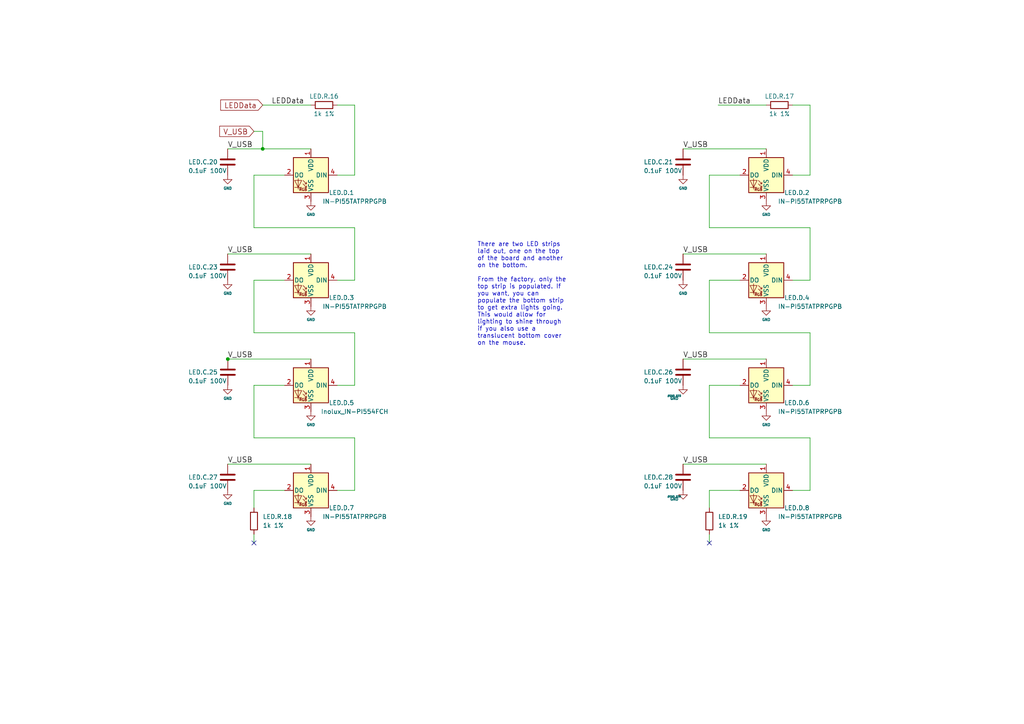
<source format=kicad_sch>
(kicad_sch (version 20211123) (generator eeschema)
  (paper "A4")
  (title_block (title "LEDs-SchDoc") (date "17 01 2023") (rev "2.001") (comment 4 "Original: Copyright Ploopy Corporation 2021") (comment 5 "Modified: Copyright Riesi 2023") (comment 7 "Licensed under the CERN-OHL-S v2") (comment 8 "http://ohwr.org/cernohl"))
  (lib_symbols
    (symbol "Device:C" (pin_numbers hide) (pin_names (offset 0.254))
      (property "Reference" "C" (at 0.635 2.54 0))
      (property "Value" "C" (at 0.635 -2.54 0))
      (symbol "C_0_1"
        (polyline (pts (xy -2.032 -0.762) (xy 2.032 -0.762)) (stroke (width 0.508)))
        (polyline (pts (xy -2.032 0.762) (xy 2.032 0.762)) (stroke (width 0.508)))
      )
      (symbol "C_1_1"
        (pin passive line (at 0 3.81 270) (length 2.794) (name "~") (number "1"))
        (pin passive line (at 0 -3.81 90) (length 2.794) (name "~") (number "2"))
      )
    )
    (symbol "Device:R" (pin_numbers hide) (pin_names (offset 0))
      (property "Reference" "R" (at 2.032 0 90))
      (property "Value" "R" (at 0 0 90))
      (symbol "R_0_1"
        (rectangle (start -1.016 -2.54) (end 1.016 2.54) (stroke (width 0.254)))
      )
      (symbol "R_1_1"
        (pin passive line (at 0 3.81 270) (length 1.27) (name "~") (number "1"))
        (pin passive line (at 0 -3.81 90) (length 1.27) (name "~") (number "2"))
      )
    )
    (symbol "Mouse_Parts:Inolux_IN-PI55TATPRPGPB" (pin_names (offset 0.254))
      (property "Reference" "D" (at 5.08 5.715 0))
      (property "Value" "Inolux_IN-PI55TATPRPGPB" (at 1.27 -5.715 0))
      (symbol "Inolux_IN-PI55TATPRPGPB_0_0"
        (text "RGB" (at 2.286 -4.191 0) (effects (font (size 0.762 0.762))))
      )
      (symbol "Inolux_IN-PI55TATPRPGPB_0_1"
        (polyline (pts (xy 1.27 -3.556) (xy 1.778 -3.556)))
        (polyline (pts (xy 1.27 -2.54) (xy 1.778 -2.54)))
        (polyline (pts (xy 4.699 -3.556) (xy 2.667 -3.556)))
        (polyline (pts (xy 2.286 -2.54) (xy 1.27 -3.556) (xy 1.27 -3.048)))
        (polyline (pts (xy 2.286 -1.524) (xy 1.27 -2.54) (xy 1.27 -2.032)))
        (polyline (pts (xy 3.683 -1.016) (xy 3.683 -3.556) (xy 3.683 -4.064)))
        (polyline (pts (xy 4.699 -1.524) (xy 2.667 -1.524) (xy 3.683 -3.556) (xy 4.699 -1.524)))
        (rectangle (start 5.08 5.08) (end -5.08 -5.08) (stroke (width 0.254)) (fill (type background)))
      )
      (symbol "Inolux_IN-PI55TATPRPGPB_1_1"
        (pin power_in line (at 0 7.62 270) (length 2.54) (name "VDD") (number "1"))
        (pin output line (at 7.62 0 180) (length 2.54) (name "DO") (number "2"))
        (pin power_in line (at 0 -7.62 90) (length 2.54) (name "VSS") (number "3"))
        (pin input line (at -7.62 0 0) (length 2.54) (name "DIN") (number "4"))
      )
    )
    (symbol "R_1" (pin_numbers hide) (pin_names (offset 0))
      (property "Reference" "R" (at 2.032 0 90))
      (property "Value" "R_1" (at 0 0 90))
      (symbol "R_1_0_1"
        (rectangle (start -1.016 -2.54) (end 1.016 2.54) (stroke (width 0.254)))
      )
      (symbol "R_1_1_1"
        (pin passive line (at 0 3.81 270) (length 1.27) (name "~") (number "1"))
        (pin passive line (at 0 -3.81 90) (length 1.27) (name "~") (number "2"))
      )
    )
    (symbol "R_2" (pin_numbers hide) (pin_names (offset 0))
      (property "Reference" "R" (at 2.032 0 90))
      (property "Value" "R_2" (at 0 0 90))
      (symbol "R_2_0_1"
        (rectangle (start -1.016 -2.54) (end 1.016 2.54) (stroke (width 0.254)))
      )
      (symbol "R_2_1_1"
        (pin passive line (at 0 3.81 270) (length 1.27) (name "~") (number "1"))
        (pin passive line (at 0 -3.81 90) (length 1.27) (name "~") (number "2"))
      )
    )
    (symbol "power:GND" (power) (pin_names (offset 0))
      (property "Value" "GND" (at 0 -3.81 0))
      (symbol "GND_0_1"
        (polyline (pts (xy 0 0) (xy 0 -1.27) (xy 1.27 -1.27) (xy 0 -2.54) (xy -1.27 -1.27) (xy 0 -1.27)))
      )
      (symbol "GND_1_1"
        (pin power_in line (at 0 0 270) (length 0) hide (name "GND") (number "1"))
      )
    )
  )
  (junction (at 76.2 43.18))
  (junction (at 66.0801 104.14))
  (no_connect (at 205.74 157.48))
  (no_connect (at 73.66 157.48))
  (wire (pts (xy 229.87 50.8) (xy 234.95 50.8)))
  (wire (pts (xy 229.87 30.48) (xy 234.95 30.48)))
  (wire (pts (xy 198.12 73.66) (xy 222.25 73.66)))
  (wire (pts (xy 73.66 81.28) (xy 73.66 96.52)))
  (wire (pts (xy 205.74 142.24) (xy 205.74 147.32)))
  (wire (pts (xy 234.95 66.04) (xy 234.95 81.28)))
  (wire (pts (xy 198.12 43.18) (xy 222.25 43.18)))
  (wire (pts (xy 102.87 111.76) (xy 97.79 111.76)))
  (wire (pts (xy 66.04 134.62) (xy 90.17 134.62)))
  (wire (pts (xy 73.66 127) (xy 102.87 127)))
  (wire (pts (xy 73.66 50.8) (xy 82.55 50.8)))
  (wire (pts (xy 102.87 50.8) (xy 97.79 50.8)))
  (wire (pts (xy 97.79 30.48) (xy 102.87 30.48)))
  (wire (pts (xy 205.74 50.8) (xy 205.74 66.04)))
  (wire (pts (xy 76.2 38.1) (xy 76.2 43.18)))
  (wire (pts (xy 234.95 30.48) (xy 234.95 50.8)))
  (wire (pts (xy 205.74 96.52) (xy 234.95 96.52)))
  (wire (pts (xy 73.66 81.28) (xy 82.55 81.28)))
  (wire (pts (xy 102.87 66.04) (xy 102.87 81.28)))
  (wire (pts (xy 76.2 43.18) (xy 90.17 43.18)))
  (wire (pts (xy 234.95 81.28) (xy 229.87 81.28)))
  (wire (pts (xy 73.66 142.24) (xy 73.66 147.32)))
  (wire (pts (xy 205.74 81.28) (xy 214.63 81.28)))
  (wire (pts (xy 73.66 111.76) (xy 82.55 111.76)))
  (wire (pts (xy 234.95 111.76) (xy 229.87 111.76)))
  (wire (pts (xy 66.04 73.66) (xy 90.17 73.66)))
  (wire (pts (xy 73.66 96.52) (xy 102.87 96.52)))
  (wire (pts (xy 205.74 157.48) (xy 205.74 154.94)))
  (wire (pts (xy 73.66 66.04) (xy 102.87 66.04)))
  (wire (pts (xy 102.87 30.48) (xy 102.87 50.8)))
  (wire (pts (xy 198.12 134.62) (xy 222.25 134.62)))
  (wire (pts (xy 66.0801 104.14) (xy 90.17 104.14)))
  (wire (pts (xy 205.74 111.76) (xy 205.74 127)))
  (wire (pts (xy 90.17 30.48) (xy 76.2 30.48)))
  (wire (pts (xy 73.66 38.1) (xy 76.2 38.1)))
  (wire (pts (xy 205.74 142.24) (xy 214.63 142.24)))
  (wire (pts (xy 102.87 81.28) (xy 97.79 81.28)))
  (wire (pts (xy 205.74 111.76) (xy 214.63 111.76)))
  (wire (pts (xy 102.87 127) (xy 102.87 142.24)))
  (wire (pts (xy 234.95 142.24) (xy 229.87 142.24)))
  (wire (pts (xy 102.87 96.52) (xy 102.87 111.76)))
  (wire (pts (xy 234.95 96.52) (xy 234.95 111.76)))
  (wire (pts (xy 66.04 104.14) (xy 66.0801 104.14)))
  (wire (pts (xy 73.66 157.48) (xy 73.66 154.94)))
  (wire (pts (xy 205.74 81.28) (xy 205.74 96.52)))
  (wire (pts (xy 73.66 111.76) (xy 73.66 127)))
  (wire (pts (xy 205.74 66.04) (xy 234.95 66.04)))
  (wire (pts (xy 234.95 127) (xy 234.95 142.24)))
  (wire (pts (xy 82.55 142.24) (xy 73.66 142.24)))
  (wire (pts (xy 198.12 104.14) (xy 222.25 104.14)))
  (wire (pts (xy 76.2 43.18) (xy 66.04 43.18)))
  (wire (pts (xy 102.87 142.24) (xy 97.79 142.24)))
  (wire (pts (xy 205.74 127) (xy 234.95 127)))
  (wire (pts (xy 222.25 30.48) (xy 208.28 30.48)))
  (wire (pts (xy 73.66 50.8) (xy 73.66 66.04)))
  (wire (pts (xy 205.74 50.8) (xy 214.63 50.8)))
  (text "There are two LED strips \nlaid out, one on the top \nof the board and another \non the bottom.    \n\nFrom the factory, only the \ntop strip is populated. If \nyou want, you can \npopulate the bottom strip \nto get extra lights going. \nThis would allow for \nlighting to shine through \nif you also use a \ntranslucent bottom cover \non the mouse." (at 138.43 100.33 0) (effects (font (size 1.27 1.27)) (justify left bottom)))
  (label "LEDData" (at 78.74 30.48 0) (effects (font (size 1.524 1.524))))
  (label "LEDData" (at 208.28 30.48 0) (effects (font (size 1.524 1.524))))
  (label "V_USB" (at 66.04 104.14 0) (effects (font (size 1.524 1.524))))
  (label "V_USB" (at 66.04 73.66 0) (effects (font (size 1.524 1.524))))
  (label "V_USB" (at 66.04 43.18 0) (effects (font (size 1.524 1.524))))
  (label "V_USB" (at 198.12 104.14 0) (effects (font (size 1.524 1.524))))
  (label "V_USB" (at 198.12 134.62 0) (effects (font (size 1.524 1.524))))
  (label "V_USB" (at 66.04 134.62 0) (effects (font (size 1.524 1.524))))
  (label "V_USB" (at 198.12 43.18 0) (effects (font (size 1.524 1.524))))
  (label "V_USB" (at 198.12 73.66 0) (effects (font (size 1.524 1.524))))
  (global_label "V_USB" (shape input) (at 73.66 38.1 180) (effects (font (size 1.524 1.524))) (property "Intersheet References" "${INTERSHEET_REFS}" (effects hide)))
  (global_label "LEDData" (shape input) (at 76.2 30.48 180) (effects (font (size 1.524 1.524))) (property "Intersheet References" "${INTERSHEET_REFS}" (effects hide)))
  (symbol (lib_id "power:GND") (at 198.12 142.24 0) (unit 1)
    (property "Reference" "#GND_030" (at 195.58 144.018 0) (effects (font (size 0.508 0.508))))
    (property "Value" "GND" (at 195.58 144.78 0) (effects (font (size 0.762 0.762))))
  )
  (symbol (lib_id "power:GND") (at 198.12 50.8 0) (unit 1)
    (property "Reference" "#GND_029" (effects hide))
    (property "Value" "GND" (at 198.12 54.61 0) (effects (font (size 0.762 0.762))))
  )
  (symbol (lib_id "power:GND") (at 198.12 81.28 0) (unit 1)
    (property "Reference" "#GND_028" (effects hide))
    (property "Value" "GND" (at 198.12 85.09 0) (effects (font (size 0.762 0.762))))
  )
  (symbol (lib_id "power:GND") (at 198.12 111.76 0) (unit 1)
    (property "Reference" "#GND_023" (at 195.58 114.808 0) (effects (font (size 0.508 0.508))))
    (property "Value" "GND" (at 195.58 115.57 0) (effects (font (size 0.762 0.762))))
  )
  (symbol (lib_id "power:GND") (at 66.04 142.24 0) (unit 1)
    (property "Reference" "#GND_022" (effects hide))
    (property "Value" "GND" (at 66.04 146.05 0) (effects (font (size 0.762 0.762))))
  )
  (symbol (lib_id "power:GND") (at 66.04 50.8 0) (unit 1)
    (property "Reference" "#GND_021" (effects hide))
    (property "Value" "GND" (at 66.04 54.61 0) (effects (font (size 0.762 0.762))))
  )
  (symbol (lib_id "power:GND") (at 66.04 81.28 0) (unit 1)
    (property "Reference" "#GND_020" (effects hide))
    (property "Value" "GND" (at 66.04 85.09 0) (effects (font (size 0.762 0.762))))
  )
  (symbol (lib_id "power:GND") (at 90.17 58.42 0) (unit 1)
    (property "Reference" "#GND_019" (effects hide))
    (property "Value" "GND" (at 90.17 62.23 0) (effects (font (size 0.762 0.762))))
  )
  (symbol (lib_id "power:GND") (at 66.04 111.76 0) (unit 1)
    (property "Reference" "#GND_015" (effects hide))
    (property "Value" "GND" (at 66.04 115.57 0) (effects (font (size 0.762 0.762))))
  )
  (symbol (lib_id "Device:C") (at 198.12 107.95 0) (mirror x) (unit 1)
    (property "Reference" "LED.C.26" (at 186.69 107.95 0) (effects (justify left)))
    (property "Value" "0.1uF 100V" (at 186.69 110.49 0) (effects (justify left)))
    (property "Footprint" "Chip_Passives.PcbLib:0805" (effects hide))
  )
  (symbol (lib_id "Mouse_Parts:Inolux_IN-PI55TATPRPGPB") (at 222.25 50.8 0) (mirror y) (unit 1)
    (property "Reference" "LED.D.2" (at 231.14 55.88 0))
    (property "Value" "IN-PI55TATPRPGPB" (at 234.95 58.42 0))
    (property "Footprint" "LEDs.PcbLib:IN-PI55TATPRPGPB" (effects hide))
    (property "Datasheet" "http://www.inolux-corp.com/datasheet/SMDLED/Addressable%20LED/IN-PI554FCH.pdf" (effects hide))
  )
  (symbol (lib_id "power:GND") (at 222.25 88.9 0) (unit 1)
    (property "Reference" "#GND_0102" (effects hide))
    (property "Value" "GND" (at 222.25 92.71 0) (effects (font (size 0.762 0.762))))
  )
  (symbol (lib_id "Mouse_Parts:Inolux_IN-PI55TATPRPGPB") (at 90.17 81.28 0) (mirror y) (unit 1)
    (property "Reference" "LED.D.3" (at 99.06 86.36 0))
    (property "Value" "IN-PI55TATPRPGPB" (at 102.87 88.9 0))
    (property "Footprint" "LEDs.PcbLib:IN-PI55TATPRPGPB" (effects hide))
    (property "Datasheet" "http://www.inolux-corp.com/datasheet/SMDLED/Addressable%20LED/IN-PI554FCH.pdf" (effects hide))
  )
  (symbol (lib_id "Mouse_Parts:Inolux_IN-PI55TATPRPGPB") (at 90.17 50.8 0) (mirror y) (unit 1)
    (property "Reference" "LED.D.1" (at 99.06 55.88 0))
    (property "Value" "IN-PI55TATPRPGPB" (at 102.87 58.42 0))
    (property "Footprint" "LEDs.PcbLib:IN-PI55TATPRPGPB" (effects hide))
    (property "Datasheet" "http://www.inolux-corp.com/datasheet/SMDLED/Addressable%20LED/IN-PI554FCH.pdf" (effects hide))
  )
  (symbol (lib_id "Device:C") (at 198.12 46.99 0) (mirror x) (unit 1)
    (property "Reference" "LED.C.21" (at 186.69 46.99 0) (effects (justify left)))
    (property "Value" "0.1uF 100V" (at 186.69 49.53 0) (effects (justify left)))
    (property "Footprint" "Chip_Passives.PcbLib:0805" (effects hide))
  )
  (symbol (lib_id "Mouse_Parts:Inolux_IN-PI55TATPRPGPB") (at 90.17 111.76 0) (mirror y) (unit 1)
    (property "Reference" "LED.D.5" (at 99.06 116.84 0))
    (property "Value" "Inolux_IN-PI554FCH" (at 102.87 119.38 0))
    (property "Footprint" "LEDs.PcbLib:IN-PI55TATPRPGPB" (effects hide))
    (property "Datasheet" "http://www.inolux-corp.com/datasheet/SMDLED/Addressable%20LED/IN-PI554FCH.pdf" (effects hide))
  )
  (symbol (lib_id "Device:C") (at 66.0801 107.95 0) (mirror x) (unit 1)
    (property "Reference" "LED.C.25" (at 54.61 107.95 0) (effects (justify left)))
    (property "Value" "0.1uF 100V" (at 54.61 110.49 0) (effects (justify left)))
    (property "Footprint" "Chip_Passives.PcbLib:0805" (effects hide))
  )
  (symbol (lib_id "Device:R") (at 205.74 151.13 180) (unit 1)
    (property "Reference" "LED.R.19" (at 208.28 149.8599 0) (effects (justify right)))
    (property "Value" "1k 1%" (at 208.28 152.3999 0) (effects (justify right)))
    (property "Footprint" "Chip_Passives.PcbLib:0805" (effects hide))
  )
  (symbol (lib_id "power:GND") (at 90.17 149.86 0) (unit 1)
    (property "Reference" "#GND_0104" (effects hide))
    (property "Value" "GND" (at 90.17 153.67 0) (effects (font (size 0.762 0.762))))
  )
  (symbol (lib_id "Device:C") (at 198.12 77.47 0) (mirror x) (unit 1)
    (property "Reference" "LED.C.24" (at 186.69 77.47 0) (effects (justify left)))
    (property "Value" "0.1uF 100V" (at 186.69 80.01 0) (effects (justify left)))
    (property "Footprint" "Chip_Passives.PcbLib:0805" (effects hide))
  )
  (symbol (lib_id "Mouse_Parts:Inolux_IN-PI55TATPRPGPB") (at 222.25 111.76 0) (mirror y) (unit 1)
    (property "Reference" "LED.D.6" (at 231.14 116.84 0))
    (property "Value" "IN-PI55TATPRPGPB" (at 234.95 119.38 0))
    (property "Footprint" "LEDs.PcbLib:IN-PI55TATPRPGPB" (effects hide))
    (property "Datasheet" "http://www.inolux-corp.com/datasheet/SMDLED/Addressable%20LED/IN-PI554FCH.pdf" (effects hide))
  )
  (symbol (lib_id "Device:C") (at 66.04 46.99 0) (mirror x) (unit 1)
    (property "Reference" "LED.C.20" (at 54.61 46.99 0) (effects (justify left)))
    (property "Value" "0.1uF 100V" (at 54.61 49.53 0) (effects (justify left)))
    (property "Footprint" "Chip_Passives.PcbLib:0805" (effects hide))
  )
  (symbol (lib_name "R_1") (lib_id "Device:R") (at 93.98 30.48 270) (unit 1)
    (property "Reference" "LED.R.16" (at 93.98 27.94 90))
    (property "Value" "1k 1%" (at 93.98 33.02 90))
    (property "Footprint" "Chip_Passives.PcbLib:0805" (effects hide))
  )
  (symbol (lib_id "Device:C") (at 198.12 138.43 0) (mirror x) (unit 1)
    (property "Reference" "LED.C.28" (at 186.69 138.43 0) (effects (justify left)))
    (property "Value" "0.1uF 100V" (at 186.69 140.97 0) (effects (justify left)))
    (property "Footprint" "Chip_Passives.PcbLib:0805" (effects hide))
  )
  (symbol (lib_id "power:GND") (at 90.17 119.38 0) (unit 1)
    (property "Reference" "#GND_0105" (effects hide))
    (property "Value" "GND" (at 90.17 123.19 0) (effects (font (size 0.762 0.762))))
  )
  (symbol (lib_name "R_2") (lib_id "Device:R") (at 226.06 30.48 270) (mirror x) (unit 1)
    (property "Reference" "LED.R.17" (at 226.06 27.94 90))
    (property "Value" "1k 1%" (at 226.06 33.02 90))
    (property "Footprint" "Chip_Passives.PcbLib:0805" (effects hide))
  )
  (symbol (lib_id "power:GND") (at 222.25 119.38 0) (unit 1)
    (property "Reference" "#GND_0107" (effects hide))
    (property "Value" "GND" (at 222.25 123.19 0) (effects (font (size 0.762 0.762))))
  )
  (symbol (lib_id "Mouse_Parts:Inolux_IN-PI55TATPRPGPB") (at 222.25 142.24 0) (mirror y) (unit 1)
    (property "Reference" "LED.D.8" (at 231.14 147.32 0))
    (property "Value" "IN-PI55TATPRPGPB" (at 234.95 149.86 0))
    (property "Footprint" "LEDs.PcbLib:IN-PI55TATPRPGPB" (effects hide))
    (property "Datasheet" "http://www.inolux-corp.com/datasheet/SMDLED/Addressable%20LED/IN-PI554FCH.pdf" (effects hide))
  )
  (symbol (lib_id "Mouse_Parts:Inolux_IN-PI55TATPRPGPB") (at 90.17 142.24 0) (mirror y) (unit 1)
    (property "Reference" "LED.D.7" (at 99.06 147.32 0))
    (property "Value" "IN-PI55TATPRPGPB" (at 102.87 149.86 0))
    (property "Footprint" "LEDs.PcbLib:IN-PI55TATPRPGPB" (effects hide))
    (property "Datasheet" "http://www.inolux-corp.com/datasheet/SMDLED/Addressable%20LED/IN-PI554FCH.pdf" (effects hide))
  )
  (symbol (lib_id "power:GND") (at 222.25 149.86 0) (unit 1)
    (property "Reference" "#GND_0106" (effects hide))
    (property "Value" "GND" (at 222.25 153.67 0) (effects (font (size 0.762 0.762))))
  )
  (symbol (lib_id "Mouse_Parts:Inolux_IN-PI55TATPRPGPB") (at 222.25 81.28 0) (mirror y) (unit 1)
    (property "Reference" "LED.D.4" (at 231.14 86.36 0))
    (property "Value" "IN-PI55TATPRPGPB" (at 234.95 88.9 0))
    (property "Footprint" "LEDs.PcbLib:IN-PI55TATPRPGPB" (effects hide))
    (property "Datasheet" "http://www.inolux-corp.com/datasheet/SMDLED/Addressable%20LED/IN-PI554FCH.pdf" (effects hide))
  )
  (symbol (lib_id "Device:R") (at 73.66 151.13 180) (unit 1)
    (property "Reference" "LED.R.18" (at 76.2 149.8599 0) (effects (justify right)))
    (property "Value" "1k 1%" (at 76.2 152.3999 0) (effects (justify right)))
    (property "Footprint" "Chip_Passives.PcbLib:0805" (effects hide))
  )
  (symbol (lib_id "Device:C") (at 66.04 77.47 0) (mirror x) (unit 1)
    (property "Reference" "LED.C.23" (at 54.61 77.47 0) (effects (justify left)))
    (property "Value" "0.1uF 100V" (at 54.61 80.01 0) (effects (justify left)))
    (property "Footprint" "Chip_Passives.PcbLib:0805" (effects hide))
  )
  (symbol (lib_id "power:GND") (at 222.25 58.42 0) (unit 1)
    (property "Reference" "#GND_0103" (effects hide))
    (property "Value" "GND" (at 222.25 62.23 0) (effects (font (size 0.762 0.762))))
  )
  (symbol (lib_id "Device:C") (at 66.04 138.43 0) (mirror x) (unit 1)
    (property "Reference" "LED.C.27" (at 54.61 138.43 0) (effects (justify left)))
    (property "Value" "0.1uF 100V" (at 54.61 140.97 0) (effects (justify left)))
    (property "Footprint" "Chip_Passives.PcbLib:0805" (effects hide))
  )
  (symbol (lib_id "power:GND") (at 90.17 88.9 0) (unit 1)
    (property "Reference" "#GND_0101" (effects hide))
    (property "Value" "GND" (at 90.17 92.71 0) (effects (font (size 0.762 0.762))))
  )
)
</source>
